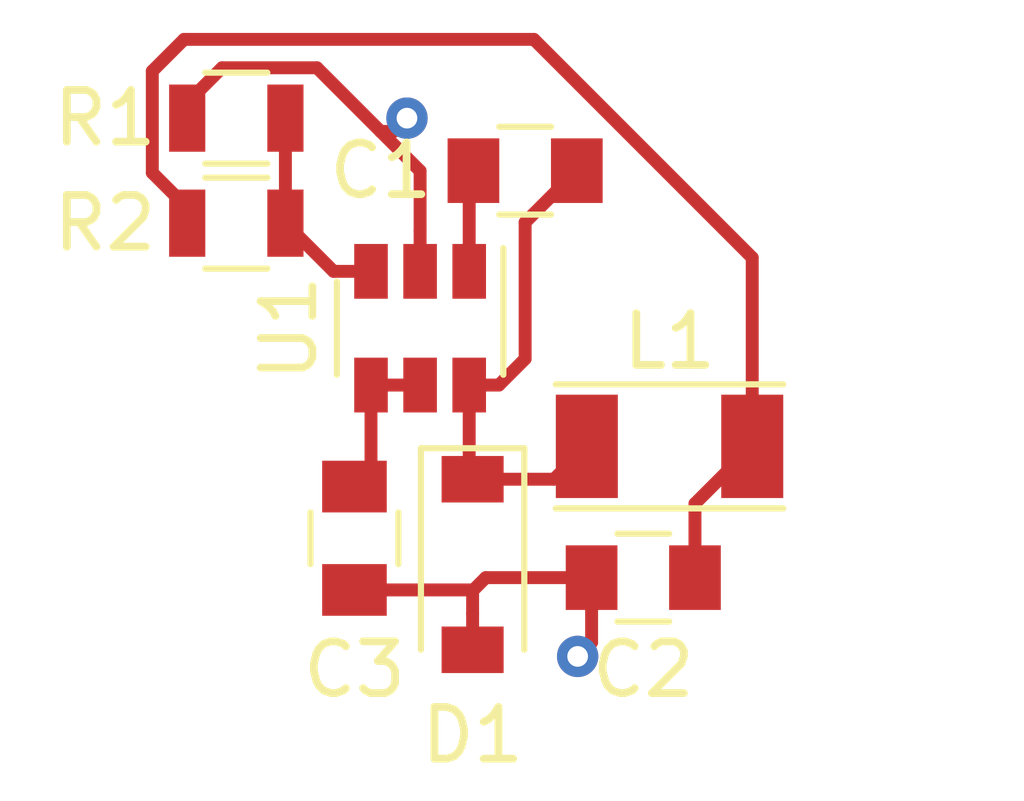
<source format=kicad_pcb>
(kicad_pcb (version 20171130) (host pcbnew 5.1.4-e60b266~84~ubuntu18.04.1)

  (general
    (thickness 1.6)
    (drawings 0)
    (tracks 44)
    (zones 0)
    (modules 8)
    (nets 7)
  )

  (page A4)
  (layers
    (0 F.Cu signal)
    (1 In1.Cu power)
    (2 In2.Cu power)
    (31 B.Cu signal)
    (32 B.Adhes user)
    (33 F.Adhes user)
    (34 B.Paste user)
    (35 F.Paste user)
    (36 B.SilkS user)
    (37 F.SilkS user)
    (38 B.Mask user)
    (39 F.Mask user)
    (40 Dwgs.User user)
    (41 Cmts.User user)
    (42 Eco1.User user)
    (43 Eco2.User user)
    (44 Edge.Cuts user)
    (45 Margin user)
    (46 B.CrtYd user)
    (47 F.CrtYd user)
    (48 B.Fab user)
    (49 F.Fab user)
  )

  (setup
    (last_trace_width 0.25)
    (trace_clearance 0.2)
    (zone_clearance 0.508)
    (zone_45_only no)
    (trace_min 0.2)
    (via_size 0.8)
    (via_drill 0.4)
    (via_min_size 0.4)
    (via_min_drill 0.3)
    (uvia_size 0.3)
    (uvia_drill 0.1)
    (uvias_allowed no)
    (uvia_min_size 0.2)
    (uvia_min_drill 0.1)
    (edge_width 0.1)
    (segment_width 0.2)
    (pcb_text_width 0.3)
    (pcb_text_size 1.5 1.5)
    (mod_edge_width 0.15)
    (mod_text_size 1 1)
    (mod_text_width 0.15)
    (pad_size 1.524 1.524)
    (pad_drill 0.762)
    (pad_to_mask_clearance 0)
    (aux_axis_origin 0 0)
    (visible_elements FFFFFF7F)
    (pcbplotparams
      (layerselection 0x010fc_ffffffff)
      (usegerberextensions false)
      (usegerberattributes false)
      (usegerberadvancedattributes false)
      (creategerberjobfile false)
      (excludeedgelayer true)
      (linewidth 0.100000)
      (plotframeref false)
      (viasonmask false)
      (mode 1)
      (useauxorigin false)
      (hpglpennumber 1)
      (hpglpenspeed 20)
      (hpglpendiameter 15.000000)
      (psnegative false)
      (psa4output false)
      (plotreference true)
      (plotvalue true)
      (plotinvisibletext false)
      (padsonsilk false)
      (subtractmaskfromsilk false)
      (outputformat 1)
      (mirror false)
      (drillshape 1)
      (scaleselection 1)
      (outputdirectory ""))
  )

  (net 0 "")
  (net 1 "Net-(C1-Pad2)")
  (net 2 "Net-(C1-Pad1)")
  (net 3 /GND)
  (net 4 /5V_out)
  (net 5 /VIN)
  (net 6 "Net-(R1-Pad2)")

  (net_class Default "This is the default net class."
    (clearance 0.2)
    (trace_width 0.25)
    (via_dia 0.8)
    (via_drill 0.4)
    (uvia_dia 0.3)
    (uvia_drill 0.1)
    (add_net /5V_out)
    (add_net /GND)
    (add_net /VIN)
    (add_net "Net-(C1-Pad1)")
    (add_net "Net-(C1-Pad2)")
    (add_net "Net-(R1-Pad2)")
  )

  (module footprints:LM2841Y (layer F.Cu) (tedit 5F58F7E4) (tstamp 5F5B9F59)
    (at 96.52 78.232 270)
    (path /5F2E0D8C)
    (fp_text reference U1 (at 0 6.35 270) (layer F.SilkS)
      (effects (font (size 1 1) (thickness 0.15)))
    )
    (fp_text value lm2841Y (at 2.286 7.874 90) (layer F.Fab)
      (effects (font (size 1 1) (thickness 0.15)))
    )
    (fp_line (start -0.9 5.42) (end 0.9 5.42) (layer F.SilkS) (width 0.12))
    (fp_line (start 0.9 2.2) (end -1.55 2.2) (layer F.SilkS) (width 0.12))
    (fp_line (start 1.9 2.01) (end -1.9 2.01) (layer F.CrtYd) (width 0.05))
    (fp_line (start 1.9 5.61) (end 1.9 2.01) (layer F.CrtYd) (width 0.05))
    (fp_line (start -1.9 5.61) (end 1.9 5.61) (layer F.CrtYd) (width 0.05))
    (fp_line (start -1.9 2.01) (end -1.9 5.61) (layer F.CrtYd) (width 0.05))
    (fp_line (start -0.9 2.91) (end -0.25 2.26) (layer F.Fab) (width 0.1))
    (fp_line (start 0.9 2.26) (end -0.25 2.26) (layer F.Fab) (width 0.1))
    (fp_line (start -0.9 2.91) (end -0.9 5.36) (layer F.Fab) (width 0.1))
    (fp_line (start 0.9 5.36) (end -0.9 5.36) (layer F.Fab) (width 0.1))
    (fp_text user SOT-23-6 (at 0 6.71 90) (layer F.Fab) hide
      (effects (font (size 1 1) (thickness 0.15)))
    )
    (fp_line (start 0.9 2.26) (end 0.9 5.36) (layer F.Fab) (width 0.1))
    (pad 6 smd rect (at 1.1 2.86 270) (size 1.06 0.65) (layers F.Cu F.Paste F.Mask)
      (net 2 "Net-(C1-Pad1)"))
    (pad 5 smd rect (at 1.1 3.81 270) (size 1.06 0.65) (layers F.Cu F.Paste F.Mask)
      (net 5 /VIN))
    (pad 1 smd rect (at -1.1 2.86 270) (size 1.06 0.65) (layers F.Cu F.Paste F.Mask)
      (net 1 "Net-(C1-Pad2)"))
    (pad 2 smd rect (at -1.1 3.81 270) (size 1.06 0.65) (layers F.Cu F.Paste F.Mask)
      (net 3 /GND))
    (pad 3 smd rect (at -1.1 4.76 270) (size 1.06 0.65) (layers F.Cu F.Paste F.Mask)
      (net 6 "Net-(R1-Pad2)"))
    (pad 4 smd rect (at 1.1 4.76 270) (size 1.06 0.65) (layers F.Cu F.Paste F.Mask)
      (net 5 /VIN))
  )

  (module footprints:R_0805_OEM (layer F.Cu) (tedit 5C3D844D) (tstamp 5F52088D)
    (at 89.154 76.2 180)
    (descr "Resistor SMD 0805, reflow soldering, Vishay (see dcrcw.pdf)")
    (tags "resistor 0805")
    (path /5F51E4B6)
    (attr smd)
    (fp_text reference R2 (at 2.54 0) (layer F.SilkS)
      (effects (font (size 1 1) (thickness 0.15)))
    )
    (fp_text value R_5.62K (at 0 1.75) (layer F.Fab) hide
      (effects (font (size 1 1) (thickness 0.15)))
    )
    (fp_line (start 1.55 0.9) (end -1.55 0.9) (layer F.CrtYd) (width 0.05))
    (fp_line (start 1.55 0.9) (end 1.55 -0.9) (layer F.CrtYd) (width 0.05))
    (fp_line (start -1.55 -0.9) (end -1.55 0.9) (layer F.CrtYd) (width 0.05))
    (fp_line (start -1.55 -0.9) (end 1.55 -0.9) (layer F.CrtYd) (width 0.05))
    (fp_line (start -0.6 -0.88) (end 0.6 -0.88) (layer F.SilkS) (width 0.12))
    (fp_line (start 0.6 0.88) (end -0.6 0.88) (layer F.SilkS) (width 0.12))
    (fp_line (start -1 -0.62) (end 1 -0.62) (layer F.Fab) (width 0.1))
    (fp_line (start 1 -0.62) (end 1 0.62) (layer F.Fab) (width 0.1))
    (fp_line (start 1 0.62) (end -1 0.62) (layer F.Fab) (width 0.1))
    (fp_line (start -1 0.62) (end -1 -0.62) (layer F.Fab) (width 0.1))
    (pad 2 smd rect (at 0.95 0 180) (size 0.7 1.3) (layers F.Cu F.Paste F.Mask)
      (net 4 /5V_out))
    (pad 1 smd rect (at -0.95 0 180) (size 0.7 1.3) (layers F.Cu F.Paste F.Mask)
      (net 6 "Net-(R1-Pad2)"))
    (model ${LOCAL_DIR}/OEM_Preferred_Parts/3DModels/R_0805_OEM/res0805.step
      (at (xyz 0 0 0))
      (scale (xyz 1 1 1))
      (rotate (xyz 0 0 0))
    )
    (model ${LOCAL_DIR}/OEM_Preferred_Parts/3DModels/R_0805_OEM/res0805.step
      (at (xyz 0 0 0))
      (scale (xyz 1 1 1))
      (rotate (xyz 0 0 0))
    )
  )

  (module footprints:R_0805_OEM (layer F.Cu) (tedit 5C3D844D) (tstamp 5F52087D)
    (at 89.154 74.168)
    (descr "Resistor SMD 0805, reflow soldering, Vishay (see dcrcw.pdf)")
    (tags "resistor 0805")
    (path /5F520CA4)
    (attr smd)
    (fp_text reference R1 (at -2.54 0) (layer F.SilkS)
      (effects (font (size 1 1) (thickness 0.15)))
    )
    (fp_text value R_1.02K (at 0 1.75) (layer F.Fab) hide
      (effects (font (size 1 1) (thickness 0.15)))
    )
    (fp_line (start 1.55 0.9) (end -1.55 0.9) (layer F.CrtYd) (width 0.05))
    (fp_line (start 1.55 0.9) (end 1.55 -0.9) (layer F.CrtYd) (width 0.05))
    (fp_line (start -1.55 -0.9) (end -1.55 0.9) (layer F.CrtYd) (width 0.05))
    (fp_line (start -1.55 -0.9) (end 1.55 -0.9) (layer F.CrtYd) (width 0.05))
    (fp_line (start -0.6 -0.88) (end 0.6 -0.88) (layer F.SilkS) (width 0.12))
    (fp_line (start 0.6 0.88) (end -0.6 0.88) (layer F.SilkS) (width 0.12))
    (fp_line (start -1 -0.62) (end 1 -0.62) (layer F.Fab) (width 0.1))
    (fp_line (start 1 -0.62) (end 1 0.62) (layer F.Fab) (width 0.1))
    (fp_line (start 1 0.62) (end -1 0.62) (layer F.Fab) (width 0.1))
    (fp_line (start -1 0.62) (end -1 -0.62) (layer F.Fab) (width 0.1))
    (pad 2 smd rect (at 0.95 0) (size 0.7 1.3) (layers F.Cu F.Paste F.Mask)
      (net 6 "Net-(R1-Pad2)"))
    (pad 1 smd rect (at -0.95 0) (size 0.7 1.3) (layers F.Cu F.Paste F.Mask)
      (net 3 /GND))
    (model ${LOCAL_DIR}/OEM_Preferred_Parts/3DModels/R_0805_OEM/res0805.step
      (at (xyz 0 0 0))
      (scale (xyz 1 1 1))
      (rotate (xyz 0 0 0))
    )
    (model ${LOCAL_DIR}/OEM_Preferred_Parts/3DModels/R_0805_OEM/res0805.step
      (at (xyz 0 0 0))
      (scale (xyz 1 1 1))
      (rotate (xyz 0 0 0))
    )
  )

  (module footprints:L_100uH_OEM (layer F.Cu) (tedit 5DD6FFE6) (tstamp 5F52086D)
    (at 97.536 80.518)
    (descr "Resistor SMD 2512, reflow soldering, Vishay (see dcrcw.pdf)")
    (tags "resistor 2512")
    (path /5F48B622)
    (attr smd)
    (fp_text reference L1 (at 0 -2.032) (layer F.SilkS)
      (effects (font (size 1 1) (thickness 0.15)))
    )
    (fp_text value L_15uH (at 0 2.286) (layer F.Fab) hide
      (effects (font (size 1 1) (thickness 0.15)))
    )
    (fp_line (start 2.4 1.2) (end -2.4 1.2) (layer F.CrtYd) (width 0.05))
    (fp_line (start 2.4 1.2) (end 2.4 -1.2) (layer F.CrtYd) (width 0.05))
    (fp_line (start -2.4 1.2) (end -2.4 -1.2) (layer F.CrtYd) (width 0.05))
    (fp_line (start -2.4 -1.2) (end 2.4 -1.2) (layer F.CrtYd) (width 0.05))
    (fp_line (start -2.2 -1.2) (end 2.2 -1.2) (layer F.SilkS) (width 0.12))
    (fp_line (start 2.2 1.2) (end -2.2 1.2) (layer F.SilkS) (width 0.12))
    (fp_line (start -2.2 -1) (end 2.2 -1) (layer F.Fab) (width 0.1))
    (fp_line (start 2.2 -1) (end 2.2 1) (layer F.Fab) (width 0.1))
    (fp_line (start 2.2 1) (end -2.2 1) (layer F.Fab) (width 0.1))
    (fp_line (start -2.2 1) (end -2.2 -1) (layer F.Fab) (width 0.1))
    (pad 2 smd rect (at 1.6 0) (size 1.2 2) (layers F.Cu F.Paste F.Mask)
      (net 4 /5V_out))
    (pad 1 smd rect (at -1.6 0) (size 1.2 2) (layers F.Cu F.Paste F.Mask)
      (net 2 "Net-(C1-Pad1)"))
  )

  (module Diode_SMD:D_SOD-123 (layer F.Cu) (tedit 58645DC7) (tstamp 5F52085D)
    (at 93.726 82.804 270)
    (descr SOD-123)
    (tags SOD-123)
    (path /5F492AFD)
    (attr smd)
    (fp_text reference D1 (at 3.302 0 180) (layer F.SilkS)
      (effects (font (size 1 1) (thickness 0.15)))
    )
    (fp_text value MBR0530 (at 3.302 -4.826 180) (layer F.Fab)
      (effects (font (size 1 1) (thickness 0.15)))
    )
    (fp_line (start -2.25 -1) (end 1.65 -1) (layer F.SilkS) (width 0.12))
    (fp_line (start -2.25 1) (end 1.65 1) (layer F.SilkS) (width 0.12))
    (fp_line (start -2.35 -1.15) (end -2.35 1.15) (layer F.CrtYd) (width 0.05))
    (fp_line (start 2.35 1.15) (end -2.35 1.15) (layer F.CrtYd) (width 0.05))
    (fp_line (start 2.35 -1.15) (end 2.35 1.15) (layer F.CrtYd) (width 0.05))
    (fp_line (start -2.35 -1.15) (end 2.35 -1.15) (layer F.CrtYd) (width 0.05))
    (fp_line (start -1.4 -0.9) (end 1.4 -0.9) (layer F.Fab) (width 0.1))
    (fp_line (start 1.4 -0.9) (end 1.4 0.9) (layer F.Fab) (width 0.1))
    (fp_line (start 1.4 0.9) (end -1.4 0.9) (layer F.Fab) (width 0.1))
    (fp_line (start -1.4 0.9) (end -1.4 -0.9) (layer F.Fab) (width 0.1))
    (fp_line (start -0.75 0) (end -0.35 0) (layer F.Fab) (width 0.1))
    (fp_line (start -0.35 0) (end -0.35 -0.55) (layer F.Fab) (width 0.1))
    (fp_line (start -0.35 0) (end -0.35 0.55) (layer F.Fab) (width 0.1))
    (fp_line (start -0.35 0) (end 0.25 -0.4) (layer F.Fab) (width 0.1))
    (fp_line (start 0.25 -0.4) (end 0.25 0.4) (layer F.Fab) (width 0.1))
    (fp_line (start 0.25 0.4) (end -0.35 0) (layer F.Fab) (width 0.1))
    (fp_line (start 0.25 0) (end 0.75 0) (layer F.Fab) (width 0.1))
    (fp_line (start -2.25 -1) (end -2.25 1) (layer F.SilkS) (width 0.12))
    (fp_text user %R (at 3.302 0 180) (layer F.Fab)
      (effects (font (size 1 1) (thickness 0.15)))
    )
    (pad 2 smd rect (at 1.65 0 270) (size 0.9 1.2) (layers F.Cu F.Paste F.Mask)
      (net 3 /GND))
    (pad 1 smd rect (at -1.65 0 270) (size 0.9 1.2) (layers F.Cu F.Paste F.Mask)
      (net 2 "Net-(C1-Pad1)"))
    (model ${KISYS3DMOD}/Diode_SMD.3dshapes/D_SOD-123.wrl
      (at (xyz 0 0 0))
      (scale (xyz 1 1 1))
      (rotate (xyz 0 0 0))
    )
  )

  (module footprints:C_0805_OEM (layer F.Cu) (tedit 5C3D8347) (tstamp 5F520844)
    (at 91.44 82.296 270)
    (descr "Capacitor SMD 0805, reflow soldering, AVX (see smccp.pdf)")
    (tags "capacitor 0805")
    (path /5F491E39)
    (attr smd)
    (fp_text reference C3 (at 2.54 0 180) (layer F.SilkS)
      (effects (font (size 1 1) (thickness 0.15)))
    )
    (fp_text value C_2.2uF (at 0 1.75 90) (layer F.Fab) hide
      (effects (font (size 1 1) (thickness 0.15)))
    )
    (fp_line (start 1.75 0.87) (end -1.75 0.87) (layer F.CrtYd) (width 0.05))
    (fp_line (start 1.75 0.87) (end 1.75 -0.88) (layer F.CrtYd) (width 0.05))
    (fp_line (start -1.75 -0.88) (end -1.75 0.87) (layer F.CrtYd) (width 0.05))
    (fp_line (start -1.75 -0.88) (end 1.75 -0.88) (layer F.CrtYd) (width 0.05))
    (fp_line (start -0.5 0.85) (end 0.5 0.85) (layer F.SilkS) (width 0.12))
    (fp_line (start 0.5 -0.85) (end -0.5 -0.85) (layer F.SilkS) (width 0.12))
    (fp_line (start -1 -0.62) (end 1 -0.62) (layer F.Fab) (width 0.1))
    (fp_line (start 1 -0.62) (end 1 0.62) (layer F.Fab) (width 0.1))
    (fp_line (start 1 0.62) (end -1 0.62) (layer F.Fab) (width 0.1))
    (fp_line (start -1 0.62) (end -1 -0.62) (layer F.Fab) (width 0.1))
    (pad 2 smd rect (at 1 0 270) (size 1 1.25) (layers F.Cu F.Paste F.Mask)
      (net 3 /GND))
    (pad 1 smd rect (at -1 0 270) (size 1 1.25) (layers F.Cu F.Paste F.Mask)
      (net 5 /VIN))
    (model ${LOCAL_DIR}/OEM_Preferred_Parts/3DModels/C_0805_OEM/C_0805.step
      (at (xyz 0 0 0))
      (scale (xyz 1 1 1))
      (rotate (xyz 0 0 0))
    )
    (model ${LOCAL_DIR}/OEM_Preferred_Parts/3DModels/C_0805_OEM/C_0805.step
      (at (xyz 0 0 0))
      (scale (xyz 1 1 1))
      (rotate (xyz 0 0 0))
    )
  )

  (module footprints:C_0805_OEM (layer F.Cu) (tedit 5C3D8347) (tstamp 5F520834)
    (at 97.028 83.058 180)
    (descr "Capacitor SMD 0805, reflow soldering, AVX (see smccp.pdf)")
    (tags "capacitor 0805")
    (path /5F525E92)
    (attr smd)
    (fp_text reference C2 (at 0 -1.778) (layer F.SilkS)
      (effects (font (size 1 1) (thickness 0.15)))
    )
    (fp_text value C_47uF (at 0 1.75) (layer F.Fab) hide
      (effects (font (size 1 1) (thickness 0.15)))
    )
    (fp_line (start 1.75 0.87) (end -1.75 0.87) (layer F.CrtYd) (width 0.05))
    (fp_line (start 1.75 0.87) (end 1.75 -0.88) (layer F.CrtYd) (width 0.05))
    (fp_line (start -1.75 -0.88) (end -1.75 0.87) (layer F.CrtYd) (width 0.05))
    (fp_line (start -1.75 -0.88) (end 1.75 -0.88) (layer F.CrtYd) (width 0.05))
    (fp_line (start -0.5 0.85) (end 0.5 0.85) (layer F.SilkS) (width 0.12))
    (fp_line (start 0.5 -0.85) (end -0.5 -0.85) (layer F.SilkS) (width 0.12))
    (fp_line (start -1 -0.62) (end 1 -0.62) (layer F.Fab) (width 0.1))
    (fp_line (start 1 -0.62) (end 1 0.62) (layer F.Fab) (width 0.1))
    (fp_line (start 1 0.62) (end -1 0.62) (layer F.Fab) (width 0.1))
    (fp_line (start -1 0.62) (end -1 -0.62) (layer F.Fab) (width 0.1))
    (pad 2 smd rect (at 1 0 180) (size 1 1.25) (layers F.Cu F.Paste F.Mask)
      (net 3 /GND))
    (pad 1 smd rect (at -1 0 180) (size 1 1.25) (layers F.Cu F.Paste F.Mask)
      (net 4 /5V_out))
    (model ${LOCAL_DIR}/OEM_Preferred_Parts/3DModels/C_0805_OEM/C_0805.step
      (at (xyz 0 0 0))
      (scale (xyz 1 1 1))
      (rotate (xyz 0 0 0))
    )
    (model ${LOCAL_DIR}/OEM_Preferred_Parts/3DModels/C_0805_OEM/C_0805.step
      (at (xyz 0 0 0))
      (scale (xyz 1 1 1))
      (rotate (xyz 0 0 0))
    )
  )

  (module footprints:C_0805_OEM (layer F.Cu) (tedit 5C3D8347) (tstamp 5F520824)
    (at 94.742 75.184 180)
    (descr "Capacitor SMD 0805, reflow soldering, AVX (see smccp.pdf)")
    (tags "capacitor 0805")
    (path /5F5253C2)
    (attr smd)
    (fp_text reference C1 (at 2.794 0) (layer F.SilkS)
      (effects (font (size 1 1) (thickness 0.15)))
    )
    (fp_text value C_0.15uF (at 0 1.75) (layer F.Fab) hide
      (effects (font (size 1 1) (thickness 0.15)))
    )
    (fp_line (start 1.75 0.87) (end -1.75 0.87) (layer F.CrtYd) (width 0.05))
    (fp_line (start 1.75 0.87) (end 1.75 -0.88) (layer F.CrtYd) (width 0.05))
    (fp_line (start -1.75 -0.88) (end -1.75 0.87) (layer F.CrtYd) (width 0.05))
    (fp_line (start -1.75 -0.88) (end 1.75 -0.88) (layer F.CrtYd) (width 0.05))
    (fp_line (start -0.5 0.85) (end 0.5 0.85) (layer F.SilkS) (width 0.12))
    (fp_line (start 0.5 -0.85) (end -0.5 -0.85) (layer F.SilkS) (width 0.12))
    (fp_line (start -1 -0.62) (end 1 -0.62) (layer F.Fab) (width 0.1))
    (fp_line (start 1 -0.62) (end 1 0.62) (layer F.Fab) (width 0.1))
    (fp_line (start 1 0.62) (end -1 0.62) (layer F.Fab) (width 0.1))
    (fp_line (start -1 0.62) (end -1 -0.62) (layer F.Fab) (width 0.1))
    (pad 2 smd rect (at 1 0 180) (size 1 1.25) (layers F.Cu F.Paste F.Mask)
      (net 1 "Net-(C1-Pad2)"))
    (pad 1 smd rect (at -1 0 180) (size 1 1.25) (layers F.Cu F.Paste F.Mask)
      (net 2 "Net-(C1-Pad1)"))
    (model ${LOCAL_DIR}/OEM_Preferred_Parts/3DModels/C_0805_OEM/C_0805.step
      (at (xyz 0 0 0))
      (scale (xyz 1 1 1))
      (rotate (xyz 0 0 0))
    )
    (model ${LOCAL_DIR}/OEM_Preferred_Parts/3DModels/C_0805_OEM/C_0805.step
      (at (xyz 0 0 0))
      (scale (xyz 1 1 1))
      (rotate (xyz 0 0 0))
    )
  )

  (segment (start 93.66 75.266) (end 93.742 75.184) (width 0.25) (layer F.Cu) (net 1))
  (segment (start 93.66 77.132) (end 93.66 75.266) (width 0.25) (layer F.Cu) (net 1))
  (segment (start 93.66 81.088) (end 93.726 81.154) (width 0.25) (layer F.Cu) (net 2))
  (segment (start 93.66 79.332) (end 93.66 81.088) (width 0.25) (layer F.Cu) (net 2))
  (segment (start 95.3 81.154) (end 95.936 80.518) (width 0.25) (layer F.Cu) (net 2))
  (segment (start 93.726 81.154) (end 95.3 81.154) (width 0.25) (layer F.Cu) (net 2))
  (segment (start 94.235 79.332) (end 93.66 79.332) (width 0.25) (layer F.Cu) (net 2))
  (segment (start 94.742 78.825) (end 94.235 79.332) (width 0.25) (layer F.Cu) (net 2))
  (segment (start 95.742 75.184) (end 94.742 76.184) (width 0.25) (layer F.Cu) (net 2))
  (segment (start 94.742 76.184) (end 94.742 78.825) (width 0.25) (layer F.Cu) (net 2))
  (segment (start 93.726 83.754) (end 93.726 84.454) (width 0.25) (layer F.Cu) (net 3))
  (segment (start 93.726 83.312) (end 93.726 83.754) (width 0.25) (layer F.Cu) (net 3))
  (segment (start 96.028 83.058) (end 93.98 83.058) (width 0.25) (layer F.Cu) (net 3))
  (segment (start 93.98 83.058) (end 93.726 83.312) (width 0.25) (layer F.Cu) (net 3))
  (segment (start 93.71 83.296) (end 93.726 83.312) (width 0.25) (layer F.Cu) (net 3))
  (segment (start 91.44 83.296) (end 93.71 83.296) (width 0.25) (layer F.Cu) (net 3))
  (via (at 95.758 84.582) (size 0.8) (drill 0.4) (layers F.Cu B.Cu) (net 3))
  (segment (start 96.028 83.058) (end 96.028 84.312) (width 0.25) (layer F.Cu) (net 3))
  (segment (start 96.028 84.312) (end 95.758 84.582) (width 0.25) (layer F.Cu) (net 3))
  (segment (start 92.71 76.352) (end 92.71 77.132) (width 0.25) (layer F.Cu) (net 3))
  (segment (start 92.71 75.188998) (end 92.71 76.352) (width 0.25) (layer F.Cu) (net 3))
  (segment (start 88.879001 73.192999) (end 90.714001 73.192999) (width 0.25) (layer F.Cu) (net 3))
  (segment (start 88.204 73.868) (end 88.879001 73.192999) (width 0.25) (layer F.Cu) (net 3))
  (segment (start 88.204 74.168) (end 88.204 73.868) (width 0.25) (layer F.Cu) (net 3))
  (segment (start 92.199501 74.424499) (end 92.456 74.168) (width 0.25) (layer F.Cu) (net 3))
  (segment (start 91.945501 74.424499) (end 92.71 75.188998) (width 0.25) (layer F.Cu) (net 3))
  (via (at 92.456 74.168) (size 0.8) (drill 0.4) (layers F.Cu B.Cu) (net 3))
  (segment (start 91.945501 74.424499) (end 92.199501 74.424499) (width 0.25) (layer F.Cu) (net 3))
  (segment (start 90.714001 73.192999) (end 91.945501 74.424499) (width 0.25) (layer F.Cu) (net 3))
  (segment (start 98.028 81.626) (end 99.136 80.518) (width 0.25) (layer F.Cu) (net 4))
  (segment (start 98.028 83.058) (end 98.028 81.626) (width 0.25) (layer F.Cu) (net 4))
  (segment (start 88.204 75.9) (end 88.204 76.2) (width 0.25) (layer F.Cu) (net 4))
  (segment (start 99.136 76.867998) (end 94.912002 72.644) (width 0.25) (layer F.Cu) (net 4))
  (segment (start 99.136 80.518) (end 99.136 76.867998) (width 0.25) (layer F.Cu) (net 4))
  (segment (start 88.142998 72.644) (end 87.528999 73.257999) (width 0.25) (layer F.Cu) (net 4))
  (segment (start 94.912002 72.644) (end 88.142998 72.644) (width 0.25) (layer F.Cu) (net 4))
  (segment (start 87.528999 73.257999) (end 87.528999 75.224999) (width 0.25) (layer F.Cu) (net 4))
  (segment (start 87.528999 75.224999) (end 88.204 75.9) (width 0.25) (layer F.Cu) (net 4))
  (segment (start 91.76 79.332) (end 92.71 79.332) (width 0.25) (layer F.Cu) (net 5))
  (segment (start 91.76 80.976) (end 91.44 81.296) (width 0.25) (layer F.Cu) (net 5))
  (segment (start 91.76 79.332) (end 91.76 80.976) (width 0.25) (layer F.Cu) (net 5))
  (segment (start 90.104 74.168) (end 90.104 76.2) (width 0.25) (layer F.Cu) (net 6))
  (segment (start 91.036 77.132) (end 90.104 76.2) (width 0.25) (layer F.Cu) (net 6))
  (segment (start 91.76 77.132) (end 91.036 77.132) (width 0.25) (layer F.Cu) (net 6))

  (zone (net 3) (net_name /GND) (layer In2.Cu) (tstamp 0) (hatch edge 0.508)
    (connect_pads (clearance 0.508))
    (min_thickness 0.254)
    (fill yes (arc_segments 32) (thermal_gap 0.508) (thermal_bridge_width 0.508))
    (polygon
      (pts
        (xy 104.394 71.882) (xy 84.582 71.882) (xy 84.582 87.376) (xy 104.394 87.376)
      )
    )
  )
)

</source>
